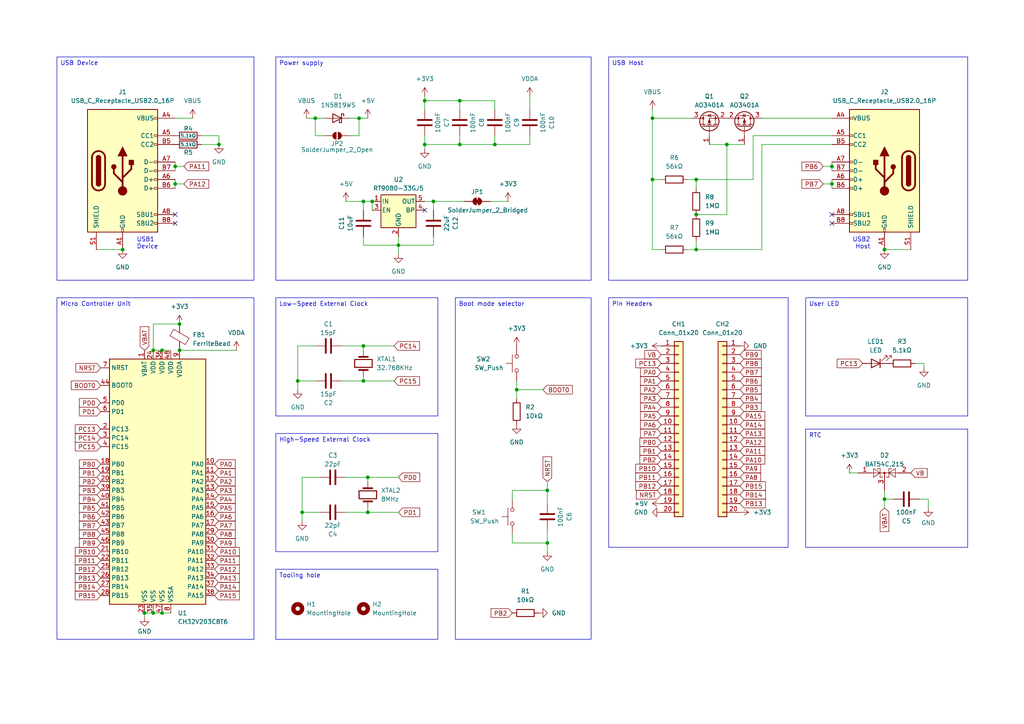
<source format=kicad_sch>
(kicad_sch (version 20231120) (generator "eeschema") (generator_version "8.0")
  (paper "A4")
  (title_block (title "CH32V203-DevBoard") (rev "v1.0.0"))
  (lib_symbols
    (symbol "Connector:USB_C_Receptacle_USB2.0_16P" (pin_names (offset 1.016))
      (property "Reference" "J" (at 0 22.225 0))
      (property "Value" "USB_C_Receptacle_USB2.0_16P" (at 0 19.685 0))
      (symbol "USB_C_Receptacle_USB2.0_16P_1_1"
        (pin passive line (at 0 -22.86 90) (length 5.08) (name "GND") (number "A1"))
        (pin passive line (at 0 -22.86 90) (length 5.08) hide (name "GND") (number "A12"))
        (pin passive line (at 15.24 15.24 180) (length 5.08) (name "VBUS") (number "A4"))
        (pin bidirectional line (at 15.24 10.16 180) (length 5.08) (name "CC1") (number "A5"))
        (pin bidirectional line (at 15.24 -2.54 180) (length 5.08) (name "D+") (number "A6"))
        (pin bidirectional line (at 15.24 2.54 180) (length 5.08) (name "D-") (number "A7"))
        (pin bidirectional line (at 15.24 -12.7 180) (length 5.08) (name "SBU1") (number "A8"))
        (pin passive line (at 15.24 15.24 180) (length 5.08) hide (name "VBUS") (number "A9"))
        (pin passive line (at 0 -22.86 90) (length 5.08) hide (name "GND") (number "B1"))
        (pin passive line (at 0 -22.86 90) (length 5.08) hide (name "GND") (number "B12"))
        (pin passive line (at 15.24 15.24 180) (length 5.08) hide (name "VBUS") (number "B4"))
        (pin bidirectional line (at 15.24 7.62 180) (length 5.08) (name "CC2") (number "B5"))
        (pin bidirectional line (at 15.24 -5.08 180) (length 5.08) (name "D+") (number "B6"))
        (pin bidirectional line (at 15.24 0 180) (length 5.08) (name "D-") (number "B7"))
        (pin bidirectional line (at 15.24 -15.24 180) (length 5.08) (name "SBU2") (number "B8"))
        (pin passive line (at 15.24 15.24 180) (length 5.08) hide (name "VBUS") (number "B9"))
        (pin passive line (at -7.62 -22.86 90) (length 5.08) (name "SHIELD") (number "S1"))
      )
    )
    (symbol "Connector_Generic:Conn_01x20" (pin_names (offset 1.016) hide)
      (property "Reference" "J" (at 0 25.4 0))
      (property "Value" "Conn_01x20" (at 0 -27.94 0))
      (symbol "Conn_01x20_1_1"
        (pin passive line (at -5.08 22.86 0) (length 3.81) (name "Pin_1") (number "1"))
        (pin passive line (at -5.08 0 0) (length 3.81) (name "Pin_10") (number "10"))
        (pin passive line (at -5.08 -2.54 0) (length 3.81) (name "Pin_11") (number "11"))
        (pin passive line (at -5.08 -5.08 0) (length 3.81) (name "Pin_12") (number "12"))
        (pin passive line (at -5.08 -7.62 0) (length 3.81) (name "Pin_13") (number "13"))
        (pin passive line (at -5.08 -10.16 0) (length 3.81) (name "Pin_14") (number "14"))
        (pin passive line (at -5.08 -12.7 0) (length 3.81) (name "Pin_15") (number "15"))
        (pin passive line (at -5.08 -15.24 0) (length 3.81) (name "Pin_16") (number "16"))
        (pin passive line (at -5.08 -17.78 0) (length 3.81) (name "Pin_17") (number "17"))
        (pin passive line (at -5.08 -20.32 0) (length 3.81) (name "Pin_18") (number "18"))
        (pin passive line (at -5.08 -22.86 0) (length 3.81) (name "Pin_19") (number "19"))
        (pin passive line (at -5.08 20.32 0) (length 3.81) (name "Pin_2") (number "2"))
        (pin passive line (at -5.08 -25.4 0) (length 3.81) (name "Pin_20") (number "20"))
        (pin passive line (at -5.08 17.78 0) (length 3.81) (name "Pin_3") (number "3"))
        (pin passive line (at -5.08 15.24 0) (length 3.81) (name "Pin_4") (number "4"))
        (pin passive line (at -5.08 12.7 0) (length 3.81) (name "Pin_5") (number "5"))
        (pin passive line (at -5.08 10.16 0) (length 3.81) (name "Pin_6") (number "6"))
        (pin passive line (at -5.08 7.62 0) (length 3.81) (name "Pin_7") (number "7"))
        (pin passive line (at -5.08 5.08 0) (length 3.81) (name "Pin_8") (number "8"))
        (pin passive line (at -5.08 2.54 0) (length 3.81) (name "Pin_9") (number "9"))
      )
    )
    (symbol "Device:C" (pin_numbers hide) (pin_names (offset 0.254))
      (property "Reference" "C" (at 0.635 2.54 0))
      (property "Value" "C" (at 0.635 -2.54 0))
      (symbol "C_1_1"
        (pin passive line (at 0 3.81 270) (length 2.794) (name "~") (number "1"))
        (pin passive line (at 0 -3.81 90) (length 2.794) (name "~") (number "2"))
      )
    )
    (symbol "Device:Crystal" (pin_numbers hide) (pin_names (offset 1.016) hide)
      (property "Reference" "Y" (at 0 3.81 0))
      (property "Value" "Crystal" (at 0 -3.81 0))
      (symbol "Crystal_1_1"
        (pin passive line (at -3.81 0 0) (length 1.27) (name "1") (number "1"))
        (pin passive line (at 3.81 0 180) (length 1.27) (name "2") (number "2"))
      )
    )
    (symbol "Device:FerriteBead" (pin_numbers hide) (pin_names (offset 0))
      (property "Reference" "FB" (at -3.81 0.635 90))
      (property "Value" "FerriteBead" (at 3.81 0 90))
      (symbol "FerriteBead_1_1"
        (pin passive line (at 0 3.81 270) (length 2.54) (name "~") (number "1"))
        (pin passive line (at 0 -3.81 90) (length 2.54) (name "~") (number "2"))
      )
    )
    (symbol "Device:LED" (pin_numbers hide) (pin_names (offset 1.016) hide)
      (property "Reference" "D" (at 0 2.54 0))
      (property "Value" "LED" (at 0 -2.54 0))
      (symbol "LED_1_1"
        (pin passive line (at -3.81 0 0) (length 2.54) (name "K") (number "1"))
        (pin passive line (at 3.81 0 180) (length 2.54) (name "A") (number "2"))
      )
    )
    (symbol "Device:R" (pin_numbers hide) (pin_names (offset 0))
      (property "Reference" "R" (at 2.032 0 90))
      (property "Value" "R" (at 0 0 90))
      (symbol "R_1_1"
        (pin passive line (at 0 3.81 270) (length 1.27) (name "~") (number "1"))
        (pin passive line (at 0 -3.81 90) (length 1.27) (name "~") (number "2"))
      )
    )
    (symbol "Diode:1N5819WS" (pin_numbers hide) (pin_names (offset 1.016) hide)
      (property "Reference" "D" (at 0 2.54 0))
      (property "Value" "1N5819WS" (at 0 -2.54 0))
      (symbol "1N5819WS_1_1"
        (pin passive line (at -3.81 0 0) (length 2.54) (name "K") (number "1"))
        (pin passive line (at 3.81 0 180) (length 2.54) (name "A") (number "2"))
      )
    )
    (symbol "Diode:BAT54C" (pin_names (offset 1.016))
      (property "Reference" "D" (at 0.635 -3.81 0))
      (property "Value" "BAT54C" (at -6.35 3.175 0))
      (symbol "BAT54C_1_1"
        (pin passive line (at -7.62 0 0) (length 3.81) (name "~") (number "1"))
        (pin passive line (at 7.62 0 180) (length 3.81) (name "~") (number "2"))
        (pin passive line (at 0 -5.08 90) (length 5.08) (name "~") (number "3"))
      )
    )
    (symbol "Jumper:SolderJumper_2_Bridged" (pin_numbers hide) (pin_names (offset 0) hide) (exclude_from_sim yes) (in_bom no)
      (property "Reference" "JP" (at 0 2.032 0))
      (property "Value" "SolderJumper_2_Bridged" (at 0 -2.54 0))
      (symbol "SolderJumper_2_Bridged_1_1"
        (pin passive line (at -3.81 0 0) (length 2.54) (name "A") (number "1"))
        (pin passive line (at 3.81 0 180) (length 2.54) (name "B") (number "2"))
      )
    )
    (symbol "Jumper:SolderJumper_2_Open" (pin_numbers hide) (pin_names (offset 0) hide) (exclude_from_sim yes) (in_bom no)
      (property "Reference" "JP" (at 0 2.032 0))
      (property "Value" "SolderJumper_2_Open" (at 0 -2.54 0))
      (symbol "SolderJumper_2_Open_1_1"
        (pin passive line (at -3.81 0 0) (length 2.54) (name "A") (number "1"))
        (pin passive line (at 3.81 0 180) (length 2.54) (name "B") (number "2"))
      )
    )
    (symbol "MCU_ST_STM32F1:STM32F103C8Tx"
      (property "Reference" "U" (at -15.24 36.83 0))
      (property "Value" "STM32F103C8Tx" (at 7.62 36.83 0))
      (symbol "STM32F103C8Tx_1_1"
        (pin power_in line (at -5.08 38.1 270) (length 2.54) (name "VBAT") (number "1"))
        (pin bidirectional line (at 15.24 5.08 180) (length 2.54) (name "PA0") (number "10"))
        (pin bidirectional line (at 15.24 2.54 180) (length 2.54) (name "PA1") (number "11"))
        (pin bidirectional line (at 15.24 0 180) (length 2.54) (name "PA2") (number "12"))
        (pin bidirectional line (at 15.24 -2.54 180) (length 2.54) (name "PA3") (number "13"))
        (pin bidirectional line (at 15.24 -5.08 180) (length 2.54) (name "PA4") (number "14"))
        (pin bidirectional line (at 15.24 -7.62 180) (length 2.54) (name "PA5") (number "15"))
        (pin bidirectional line (at 15.24 -10.16 180) (length 2.54) (name "PA6") (number "16"))
        (pin bidirectional line (at 15.24 -12.7 180) (length 2.54) (name "PA7") (number "17"))
        (pin bidirectional line (at -17.78 5.08 0) (length 2.54) (name "PB0") (number "18"))
        (pin bidirectional line (at -17.78 2.54 0) (length 2.54) (name "PB1") (number "19"))
        (pin bidirectional line (at -17.78 15.24 0) (length 2.54) (name "PC13") (number "2"))
        (pin bidirectional line (at -17.78 0 0) (length 2.54) (name "PB2") (number "20"))
        (pin bidirectional line (at -17.78 -20.32 0) (length 2.54) (name "PB10") (number "21"))
        (pin bidirectional line (at -17.78 -22.86 0) (length 2.54) (name "PB11") (number "22"))
        (pin power_in line (at -5.08 -38.1 90) (length 2.54) (name "VSS") (number "23"))
        (pin power_in line (at -2.54 38.1 270) (length 2.54) (name "VDD") (number "24"))
        (pin bidirectional line (at -17.78 -25.4 0) (length 2.54) (name "PB12") (number "25"))
        (pin bidirectional line (at -17.78 -27.94 0) (length 2.54) (name "PB13") (number "26"))
        (pin bidirectional line (at -17.78 -30.48 0) (length 2.54) (name "PB14") (number "27"))
        (pin bidirectional line (at -17.78 -33.02 0) (length 2.54) (name "PB15") (number "28"))
        (pin bidirectional line (at 15.24 -15.24 180) (length 2.54) (name "PA8") (number "29"))
        (pin bidirectional line (at -17.78 12.7 0) (length 2.54) (name "PC14") (number "3"))
        (pin bidirectional line (at 15.24 -17.78 180) (length 2.54) (name "PA9") (number "30"))
        (pin bidirectional line (at 15.24 -20.32 180) (length 2.54) (name "PA10") (number "31"))
        (pin bidirectional line (at 15.24 -22.86 180) (length 2.54) (name "PA11") (number "32"))
        (pin bidirectional line (at 15.24 -25.4 180) (length 2.54) (name "PA12") (number "33"))
        (pin bidirectional line (at 15.24 -27.94 180) (length 2.54) (name "PA13") (number "34"))
        (pin power_in line (at -2.54 -38.1 90) (length 2.54) (name "VSS") (number "35"))
        (pin power_in line (at 0 38.1 270) (length 2.54) (name "VDD") (number "36"))
        (pin bidirectional line (at 15.24 -30.48 180) (length 2.54) (name "PA14") (number "37"))
        (pin bidirectional line (at 15.24 -33.02 180) (length 2.54) (name "PA15") (number "38"))
        (pin bidirectional line (at -17.78 -2.54 0) (length 2.54) (name "PB3") (number "39"))
        (pin bidirectional line (at -17.78 10.16 0) (length 2.54) (name "PC15") (number "4"))
        (pin bidirectional line (at -17.78 -5.08 0) (length 2.54) (name "PB4") (number "40"))
        (pin bidirectional line (at -17.78 -7.62 0) (length 2.54) (name "PB5") (number "41"))
        (pin bidirectional line (at -17.78 -10.16 0) (length 2.54) (name "PB6") (number "42"))
        (pin bidirectional line (at -17.78 -12.7 0) (length 2.54) (name "PB7") (number "43"))
        (pin input line (at -17.78 27.94 0) (length 2.54) (name "BOOT0") (number "44"))
        (pin bidirectional line (at -17.78 -15.24 0) (length 2.54) (name "PB8") (number "45"))
        (pin bidirectional line (at -17.78 -17.78 0) (length 2.54) (name "PB9") (number "46"))
        (pin power_in line (at 0 -38.1 90) (length 2.54) (name "VSS") (number "47"))
        (pin power_in line (at 2.54 38.1 270) (length 2.54) (name "VDD") (number "48"))
        (pin input line (at -17.78 22.86 0) (length 2.54) (name "PD0") (number "5"))
        (pin input line (at -17.78 20.32 0) (length 2.54) (name "PD1") (number "6"))
        (pin input line (at -17.78 33.02 0) (length 2.54) (name "NRST") (number "7"))
        (pin power_in line (at 2.54 -38.1 90) (length 2.54) (name "VSSA") (number "8"))
        (pin power_in line (at 5.08 38.1 270) (length 2.54) (name "VDDA") (number "9"))
      )
    )
    (symbol "Mechanical:MountingHole" (pin_names (offset 1.016))
      (property "Reference" "H" (at 0 5.08 0))
      (property "Value" "MountingHole" (at 0 3.175 0))
    )
    (symbol "Regulator_Linear:AP131-15" (pin_names (offset 0.254))
      (property "Reference" "U" (at -3.81 5.715 0))
      (property "Value" "AP131-15" (at 0 5.715 0))
      (symbol "AP131-15_1_1"
        (pin power_in line (at -7.62 2.54 0) (length 2.54) (name "IN") (number "1"))
        (pin power_in line (at 0 -7.62 90) (length 2.54) (name "GND") (number "2"))
        (pin input line (at -7.62 0 0) (length 2.54) (name "EN") (number "3"))
        (pin input line (at 7.62 0 180) (length 2.54) (name "BP") (number "4"))
        (pin power_out line (at 7.62 2.54 180) (length 2.54) (name "OUT") (number "5"))
      )
    )
    (symbol "Switch:SW_Push" (pin_numbers hide) (pin_names (offset 1.016) hide)
      (property "Reference" "SW" (at 1.27 2.54 0))
      (property "Value" "SW_Push" (at 0 -1.524 0))
      (symbol "SW_Push_0_1"
        (pin passive line (at -5.08 0 0) (length 2.54) (name "1") (number "1"))
        (pin passive line (at 5.08 0 180) (length 2.54) (name "2") (number "2"))
      )
    )
    (symbol "Transistor_FET:AO3401A" (pin_names hide)
      (property "Reference" "Q" (at 5.08 1.905 0))
      (property "Value" "AO3401A" (at 5.08 0 0))
      (symbol "AO3401A_1_1"
        (pin input line (at -5.08 0 0) (length 2.54) (name "G") (number "1"))
        (pin passive line (at 2.54 -5.08 90) (length 2.54) (name "S") (number "2"))
        (pin passive line (at 2.54 5.08 270) (length 2.54) (name "D") (number "3"))
      )
    )
    (symbol "power:+3V3" (power) (pin_numbers hide) (pin_names (offset 0) hide)
      (property "Value" "+3V3" (at 0 3.556 0))
      (symbol "+3V3_1_1"
        (pin power_in line (at 0 0 90) (length 0) (name "~") (number "1"))
      )
    )
    (symbol "power:+5V" (power) (pin_numbers hide) (pin_names (offset 0) hide)
      (property "Value" "+5V" (at 0 3.556 0))
      (symbol "+5V_1_1"
        (pin power_in line (at 0 0 90) (length 0) (name "~") (number "1"))
      )
    )
    (symbol "power:GND" (power) (pin_names (offset 0))
      (property "Value" "GND" (at 0 -3.81 0))
      (symbol "GND_1_1"
        (pin power_in line (at 0 0 270) (length 0) hide (name "GND") (number "1"))
      )
    )
    (symbol "power:VBUS" (power) (pin_names (offset 0))
      (property "Value" "VBUS" (at 0 3.81 0))
      (symbol "VBUS_1_1"
        (pin power_in line (at 0 0 90) (length 0) hide (name "VBUS") (number "1"))
      )
    )
    (symbol "power:VDDA" (power) (pin_numbers hide) (pin_names (offset 0) hide)
      (property "Value" "VDDA" (at 0 3.556 0))
      (symbol "VDDA_1_1"
        (pin power_in line (at 0 0 90) (length 0) (name "~") (number "1"))
      )
    )
  )
  (junction (at 44.45 177.8))
  (junction (at 87.63 148.59))
  (junction (at 52.07 101.6))
  (junction (at 86.36 110.49))
  (junction (at 104.14 34.29))
  (junction (at 52.07 93.98))
  (junction (at 125.73 58.42))
  (junction (at 44.45 101.6))
  (junction (at 210.82 41.91))
  (junction (at 63.5 41.91))
  (junction (at 46.99 101.6))
  (junction (at 105.41 110.49))
  (junction (at 46.99 177.8))
  (junction (at 149.86 113.03))
  (junction (at 256.54 144.78))
  (junction (at 50.8 48.26))
  (junction (at 241.3 53.34))
  (junction (at 133.35 41.91))
  (junction (at 106.68 148.59))
  (junction (at 115.57 71.12))
  (junction (at 35.56 72.39))
  (junction (at 123.19 41.91))
  (junction (at 256.54 72.39))
  (junction (at 201.93 52.07))
  (junction (at 189.23 34.29))
  (junction (at 201.93 72.39))
  (junction (at 241.3 48.26))
  (junction (at 189.23 52.07))
  (junction (at 41.91 177.8))
  (junction (at 133.35 29.21))
  (junction (at 158.75 157.48))
  (junction (at 105.41 58.42))
  (junction (at 50.8 53.34))
  (junction (at 158.75 142.24))
  (junction (at 107.95 58.42))
  (junction (at 91.44 34.29))
  (junction (at 106.68 138.43))
  (junction (at 201.93 62.23))
  (junction (at 123.19 29.21))
  (junction (at 143.51 41.91))
  (junction (at 105.41 100.33))
  (no_connect (at 50.8 64.77))
  (no_connect (at 241.3 64.77))
  (no_connect (at 123.19 60.96))
  (no_connect (at 50.8 62.23))
  (no_connect (at 241.3 62.23))
  (wire (pts (xy 106.68 138.43) (xy 115.57 138.43)))
  (wire (pts (xy 86.36 100.33) (xy 91.44 100.33)))
  (wire (pts (xy 27.94 72.39) (xy 35.56 72.39)))
  (wire (pts (xy 149.86 113.03) (xy 149.86 115.57)))
  (wire (pts (xy 87.63 138.43) (xy 92.71 138.43)))
  (wire (pts (xy 241.3 54.61) (xy 241.3 53.34)))
  (wire (pts (xy 115.57 71.12) (xy 115.57 73.66)))
  (wire (pts (xy 91.44 110.49) (xy 86.36 110.49)))
  (wire (pts (xy 101.6 34.29) (xy 104.14 34.29)))
  (wire (pts (xy 44.45 93.98) (xy 44.45 101.6)))
  (wire (pts (xy 106.68 147.32) (xy 106.68 148.59)))
  (wire (pts (xy 105.41 109.22) (xy 105.41 110.49)))
  (wire (pts (xy 158.75 139.7) (xy 158.75 142.24)))
  (wire (pts (xy 133.35 39.37) (xy 133.35 41.91)))
  (wire (pts (xy 52.07 101.6) (xy 68.58 101.6)))
  (wire (pts (xy 256.54 142.24) (xy 256.54 144.78)))
  (wire (pts (xy 86.36 110.49) (xy 86.36 113.03)))
  (wire (pts (xy 123.19 29.21) (xy 123.19 31.75)))
  (wire (pts (xy 44.45 101.6) (xy 46.99 101.6)))
  (wire (pts (xy 210.82 41.91) (xy 210.82 62.23)))
  (wire (pts (xy 105.41 110.49) (xy 114.3 110.49)))
  (wire (pts (xy 101.6 39.37) (xy 104.14 39.37)))
  (wire (pts (xy 238.76 48.26) (xy 241.3 48.26)))
  (wire (pts (xy 125.73 58.42) (xy 134.62 58.42)))
  (wire (pts (xy 269.24 147.32) (xy 269.24 144.78)))
  (wire (pts (xy 241.3 46.99) (xy 241.3 48.26)))
  (wire (pts (xy 148.59 142.24) (xy 158.75 142.24)))
  (wire (pts (xy 210.82 41.91) (xy 215.9 41.91)))
  (wire (pts (xy 63.5 41.91) (xy 58.42 41.91)))
  (wire (pts (xy 201.93 72.39) (xy 201.93 69.85)))
  (wire (pts (xy 123.19 27.94) (xy 123.19 29.21)))
  (wire (pts (xy 123.19 58.42) (xy 125.73 58.42)))
  (wire (pts (xy 105.41 100.33) (xy 114.3 100.33)))
  (wire (pts (xy 50.8 46.99) (xy 50.8 48.26)))
  (wire (pts (xy 220.98 41.91) (xy 220.98 72.39)))
  (wire (pts (xy 158.75 142.24) (xy 158.75 146.05)))
  (wire (pts (xy 87.63 138.43) (xy 87.63 148.59)))
  (wire (pts (xy 148.59 157.48) (xy 158.75 157.48)))
  (wire (pts (xy 50.8 52.07) (xy 50.8 53.34)))
  (wire (pts (xy 91.44 34.29) (xy 91.44 39.37)))
  (wire (pts (xy 133.35 29.21) (xy 143.51 29.21)))
  (wire (pts (xy 91.44 39.37) (xy 93.98 39.37)))
  (wire (pts (xy 91.44 34.29) (xy 93.98 34.29)))
  (wire (pts (xy 125.73 58.42) (xy 125.73 60.96)))
  (wire (pts (xy 50.8 53.34) (xy 50.8 54.61)))
  (wire (pts (xy 218.44 52.07) (xy 218.44 39.37)))
  (wire (pts (xy 46.99 177.8) (xy 49.53 177.8)))
  (wire (pts (xy 189.23 52.07) (xy 191.77 52.07)))
  (wire (pts (xy 104.14 34.29) (xy 104.14 39.37)))
  (wire (pts (xy 264.16 72.39) (xy 256.54 72.39)))
  (wire (pts (xy 158.75 153.67) (xy 158.75 157.48)))
  (wire (pts (xy 199.39 72.39) (xy 201.93 72.39)))
  (wire (pts (xy 267.97 105.41) (xy 267.97 106.68)))
  (wire (pts (xy 148.59 154.94) (xy 148.59 157.48)))
  (wire (pts (xy 105.41 58.42) (xy 105.41 60.96)))
  (wire (pts (xy 105.41 71.12) (xy 115.57 71.12)))
  (wire (pts (xy 220.98 72.39) (xy 201.93 72.39)))
  (wire (pts (xy 106.68 148.59) (xy 115.57 148.59)))
  (wire (pts (xy 133.35 29.21) (xy 133.35 31.75)))
  (wire (pts (xy 143.51 39.37) (xy 143.51 41.91)))
  (wire (pts (xy 105.41 58.42) (xy 107.95 58.42)))
  (wire (pts (xy 246.38 137.16) (xy 248.92 137.16)))
  (wire (pts (xy 143.51 41.91) (xy 153.67 41.91)))
  (wire (pts (xy 86.36 100.33) (xy 86.36 110.49)))
  (wire (pts (xy 106.68 139.7) (xy 106.68 138.43)))
  (wire (pts (xy 220.98 34.29) (xy 241.3 34.29)))
  (wire (pts (xy 143.51 29.21) (xy 143.51 31.75)))
  (wire (pts (xy 201.93 52.07) (xy 218.44 52.07)))
  (wire (pts (xy 105.41 68.58) (xy 105.41 71.12)))
  (wire (pts (xy 189.23 72.39) (xy 191.77 72.39)))
  (wire (pts (xy 205.74 41.91) (xy 210.82 41.91)))
  (wire (pts (xy 220.98 41.91) (xy 241.3 41.91)))
  (wire (pts (xy 107.95 58.42) (xy 107.95 60.96)))
  (wire (pts (xy 50.8 48.26) (xy 50.8 49.53)))
  (wire (pts (xy 87.63 148.59) (xy 92.71 148.59)))
  (wire (pts (xy 100.33 138.43) (xy 106.68 138.43)))
  (wire (pts (xy 123.19 29.21) (xy 133.35 29.21)))
  (wire (pts (xy 106.68 34.29) (xy 104.14 34.29)))
  (wire (pts (xy 41.91 179.07) (xy 41.91 177.8)))
  (wire (pts (xy 201.93 52.07) (xy 199.39 52.07)))
  (wire (pts (xy 189.23 34.29) (xy 200.66 34.29)))
  (wire (pts (xy 265.43 105.41) (xy 267.97 105.41)))
  (wire (pts (xy 189.23 72.39) (xy 189.23 52.07)))
  (wire (pts (xy 99.06 100.33) (xy 105.41 100.33)))
  (wire (pts (xy 148.59 142.24) (xy 148.59 144.78)))
  (wire (pts (xy 123.19 39.37) (xy 123.19 41.91)))
  (wire (pts (xy 218.44 39.37) (xy 241.3 39.37)))
  (wire (pts (xy 63.5 39.37) (xy 63.5 41.91)))
  (wire (pts (xy 153.67 27.94) (xy 153.67 31.75)))
  (wire (pts (xy 210.82 62.23) (xy 201.93 62.23)))
  (wire (pts (xy 238.76 53.34) (xy 241.3 53.34)))
  (wire (pts (xy 123.19 41.91) (xy 133.35 41.91)))
  (wire (pts (xy 105.41 101.6) (xy 105.41 100.33)))
  (wire (pts (xy 133.35 41.91) (xy 143.51 41.91)))
  (wire (pts (xy 241.3 52.07) (xy 241.3 53.34)))
  (wire (pts (xy 46.99 101.6) (xy 49.53 101.6)))
  (wire (pts (xy 63.5 39.37) (xy 58.42 39.37)))
  (wire (pts (xy 158.75 157.48) (xy 158.75 160.02)))
  (wire (pts (xy 125.73 68.58) (xy 125.73 71.12)))
  (wire (pts (xy 269.24 144.78) (xy 266.7 144.78)))
  (wire (pts (xy 125.73 71.12) (xy 115.57 71.12)))
  (wire (pts (xy 256.54 144.78) (xy 256.54 147.32)))
  (wire (pts (xy 88.9 34.29) (xy 91.44 34.29)))
  (wire (pts (xy 189.23 34.29) (xy 189.23 52.07)))
  (wire (pts (xy 55.88 34.29) (xy 50.8 34.29)))
  (wire (pts (xy 100.33 58.42) (xy 105.41 58.42)))
  (wire (pts (xy 99.06 110.49) (xy 105.41 110.49)))
  (wire (pts (xy 44.45 177.8) (xy 46.99 177.8)))
  (wire (pts (xy 53.34 53.34) (xy 50.8 53.34)))
  (wire (pts (xy 100.33 148.59) (xy 106.68 148.59)))
  (wire (pts (xy 53.34 48.26) (xy 50.8 48.26)))
  (wire (pts (xy 201.93 54.61) (xy 201.93 52.07)))
  (wire (pts (xy 241.3 49.53) (xy 241.3 48.26)))
  (wire (pts (xy 44.45 93.98) (xy 52.07 93.98)))
  (wire (pts (xy 153.67 41.91) (xy 153.67 39.37)))
  (wire (pts (xy 123.19 41.91) (xy 123.19 43.18)))
  (wire (pts (xy 147.32 58.42) (xy 142.24 58.42)))
  (wire (pts (xy 256.54 144.78) (xy 259.08 144.78)))
  (wire (pts (xy 189.23 31.75) (xy 189.23 34.29)))
  (wire (pts (xy 41.91 177.8) (xy 44.45 177.8)))
  (wire (pts (xy 87.63 148.59) (xy 87.63 151.13)))
  (wire (pts (xy 149.86 110.49) (xy 149.86 113.03)))
  (wire (pts (xy 115.57 68.58) (xy 115.57 71.12)))
  (wire (pts (xy 149.86 113.03) (xy 157.48 113.03)))
  (text_box "USB Device" (at 16.51 16.51 0) (size 57.15 64.77) (effects (font (size 1.27 1.27)) (justify left top)))
  (text_box "Pin Headers" (at 176.53 86.36 0) (size 52.07 72.39) (effects (font (size 1.27 1.27)) (justify left top)))
  (text_box "Tooling hole" (at 80.01 165.1 0) (size 46.99 20.32) (effects (font (size 1.27 1.27)) (justify left top)))
  (text_box "USB Host" (at 176.53 16.51 0) (size 104.14 64.77) (effects (font (size 1.27 1.27)) (justify left top)))
  (text_box "RTC" (at 233.68 124.46 0) (size 46.99 34.29) (effects (font (size 1.27 1.27)) (justify left top)))
  (text_box "High-Speed External Clock" (at 80.01 125.73 0) (size 46.99 34.29) (effects (font (size 1.27 1.27)) (justify left top)))
  (text_box "Micro Controller Unit" (at 16.51 86.36 0) (size 57.15 99.06) (effects (font (size 1.27 1.27)) (justify left top)))
  (text_box "Boot mode selector" (at 132.08 86.36 0) (size 39.37 99.06) (effects (font (size 1.27 1.27)) (justify left top)))
  (text_box "User LED" (at 233.68 86.36 0) (size 46.99 34.29) (effects (font (size 1.27 1.27)) (justify left top)))
  (text_box "Power supply" (at 80.01 16.51 0) (size 91.44 64.77) (effects (font (size 1.27 1.27)) (justify left top)))
  (text_box "Low-Speed External Clock" (at 80.01 86.36 0) (size 46.99 34.29) (effects (font (size 1.27 1.27)) (justify left top)))
  (text "USB2\nHost" (at 252.476 70.612 0) (effects (font (size 1.27 1.27)) (justify right)))
  (text "USB1\nDevice" (at 39.624 70.612 0) (effects (font (size 1.27 1.27)) (justify left)))
  (global_label "PC13" (shape input) (at 250.19 105.41 180) (property "Intersheetrefs" "${INTERSHEET_REFS}" (effects (hide yes))))
  (global_label "PD1" (shape input) (at 115.57 148.59 0) (property "Intersheetrefs" "${INTERSHEET_REFS}" (effects (hide yes))))
  (global_label "PC15" (shape input) (at 114.3 110.49 0) (property "Intersheetrefs" "${INTERSHEET_REFS}" (effects (hide yes))))
  (global_label "PA4" (shape input) (at 191.77 118.11 180) (property "Intersheetrefs" "${INTERSHEET_REFS}" (effects (hide yes))))
  (global_label "PA2" (shape input) (at 191.77 113.03 180) (property "Intersheetrefs" "${INTERSHEET_REFS}" (effects (hide yes))))
  (global_label "PB8" (shape input) (at 214.63 105.41 0) (property "Intersheetrefs" "${INTERSHEET_REFS}" (effects (hide yes))))
  (global_label "PB11" (shape input) (at 29.21 162.56 180) (property "Intersheetrefs" "${INTERSHEET_REFS}" (effects (hide yes))))
  (global_label "BOOT0" (shape input) (at 29.21 111.76 180) (property "Intersheetrefs" "${INTERSHEET_REFS}" (effects (hide yes))))
  (global_label "PB1" (shape input) (at 29.21 137.16 180) (property "Intersheetrefs" "${INTERSHEET_REFS}" (effects (hide yes))))
  (global_label "BOOT0" (shape input) (at 157.48 113.03 0) (property "Intersheetrefs" "${INTERSHEET_REFS}" (effects (hide yes))))
  (global_label "PB3" (shape input) (at 214.63 118.11 0) (property "Intersheetrefs" "${INTERSHEET_REFS}" (effects (hide yes))))
  (global_label "PA12" (shape input) (at 62.23 165.1 0) (property "Intersheetrefs" "${INTERSHEET_REFS}" (effects (hide yes))))
  (global_label "PC13" (shape input) (at 29.21 124.46 180) (property "Intersheetrefs" "${INTERSHEET_REFS}" (effects (hide yes))))
  (global_label "PA8" (shape input) (at 62.23 154.94 0) (property "Intersheetrefs" "${INTERSHEET_REFS}" (effects (hide yes))))
  (global_label "PB2" (shape input) (at 148.59 177.8 180) (property "Intersheetrefs" "${INTERSHEET_REFS}" (effects (hide yes))))
  (global_label "PC14" (shape input) (at 114.3 100.33 0) (property "Intersheetrefs" "${INTERSHEET_REFS}" (effects (hide yes))))
  (global_label "PB3" (shape input) (at 29.21 142.24 180) (property "Intersheetrefs" "${INTERSHEET_REFS}" (effects (hide yes))))
  (global_label "PB6" (shape input) (at 238.76 48.26 180) (property "Intersheetrefs" "${INTERSHEET_REFS}" (effects (hide yes))))
  (global_label "PA10" (shape input) (at 214.63 133.35 0) (property "Intersheetrefs" "${INTERSHEET_REFS}" (effects (hide yes))))
  (global_label "PB11" (shape input) (at 191.77 138.43 180) (property "Intersheetrefs" "${INTERSHEET_REFS}" (effects (hide yes))))
  (global_label "PA9" (shape input) (at 62.23 157.48 0) (property "Intersheetrefs" "${INTERSHEET_REFS}" (effects (hide yes))))
  (global_label "PB14" (shape input) (at 214.63 143.51 0) (property "Intersheetrefs" "${INTERSHEET_REFS}" (effects (hide yes))))
  (global_label "PA10" (shape input) (at 62.23 160.02 0) (property "Intersheetrefs" "${INTERSHEET_REFS}" (effects (hide yes))))
  (global_label "PA13" (shape input) (at 62.23 167.64 0) (property "Intersheetrefs" "${INTERSHEET_REFS}" (effects (hide yes))))
  (global_label "PA13" (shape input) (at 214.63 125.73 0) (property "Intersheetrefs" "${INTERSHEET_REFS}" (effects (hide yes))))
  (global_label "VB" (shape input) (at 264.16 137.16 0) (property "Intersheetrefs" "${INTERSHEET_REFS}" (effects (hide yes))))
  (global_label "PB10" (shape input) (at 29.21 160.02 180) (property "Intersheetrefs" "${INTERSHEET_REFS}" (effects (hide yes))))
  (global_label "PB14" (shape input) (at 29.21 170.18 180) (property "Intersheetrefs" "${INTERSHEET_REFS}" (effects (hide yes))))
  (global_label "PA1" (shape input) (at 62.23 137.16 0) (property "Intersheetrefs" "${INTERSHEET_REFS}" (effects (hide yes))))
  (global_label "VBAT" (shape input) (at 256.54 147.32 270) (property "Intersheetrefs" "${INTERSHEET_REFS}" (effects (hide yes))))
  (global_label "PA12" (shape input) (at 53.34 53.34 0) (property "Intersheetrefs" "${INTERSHEET_REFS}" (effects (hide yes))))
  (global_label "PB2" (shape input) (at 29.21 139.7 180) (property "Intersheetrefs" "${INTERSHEET_REFS}" (effects (hide yes))))
  (global_label "NRST" (shape input) (at 191.77 143.51 180) (property "Intersheetrefs" "${INTERSHEET_REFS}" (effects (hide yes))))
  (global_label "PA6" (shape input) (at 62.23 149.86 0) (property "Intersheetrefs" "${INTERSHEET_REFS}" (effects (hide yes))))
  (global_label "PB12" (shape input) (at 191.77 140.97 180) (property "Intersheetrefs" "${INTERSHEET_REFS}" (effects (hide yes))))
  (global_label "PA3" (shape input) (at 191.77 115.57 180) (property "Intersheetrefs" "${INTERSHEET_REFS}" (effects (hide yes))))
  (global_label "PA6" (shape input) (at 191.77 123.19 180) (property "Intersheetrefs" "${INTERSHEET_REFS}" (effects (hide yes))))
  (global_label "PC15" (shape input) (at 29.21 129.54 180) (property "Intersheetrefs" "${INTERSHEET_REFS}" (effects (hide yes))))
  (global_label "PB0" (shape input) (at 191.77 128.27 180) (property "Intersheetrefs" "${INTERSHEET_REFS}" (effects (hide yes))))
  (global_label "PA7" (shape input) (at 62.23 152.4 0) (property "Intersheetrefs" "${INTERSHEET_REFS}" (effects (hide yes))))
  (global_label "PB9" (shape input) (at 214.63 102.87 0) (property "Intersheetrefs" "${INTERSHEET_REFS}" (effects (hide yes))))
  (global_label "PD1" (shape input) (at 29.21 119.38 180) (property "Intersheetrefs" "${INTERSHEET_REFS}" (effects (hide yes))))
  (global_label "PA12" (shape input) (at 214.63 128.27 0) (property "Intersheetrefs" "${INTERSHEET_REFS}" (effects (hide yes))))
  (global_label "PC14" (shape input) (at 29.21 127 180) (property "Intersheetrefs" "${INTERSHEET_REFS}" (effects (hide yes))))
  (global_label "PA8" (shape input) (at 214.63 138.43 0) (property "Intersheetrefs" "${INTERSHEET_REFS}" (effects (hide yes))))
  (global_label "PB10" (shape input) (at 191.77 135.89 180) (property "Intersheetrefs" "${INTERSHEET_REFS}" (effects (hide yes))))
  (global_label "PA11" (shape input) (at 62.23 162.56 0) (property "Intersheetrefs" "${INTERSHEET_REFS}" (effects (hide yes))))
  (global_label "NRST" (shape input) (at 158.75 139.7 90) (property "Intersheetrefs" "${INTERSHEET_REFS}" (effects (hide yes))))
  (global_label "PB6" (shape input) (at 29.21 149.86 180) (property "Intersheetrefs" "${INTERSHEET_REFS}" (effects (hide yes))))
  (global_label "PD0" (shape input) (at 29.21 116.84 180) (property "Intersheetrefs" "${INTERSHEET_REFS}" (effects (hide yes))))
  (global_label "PC13" (shape input) (at 191.77 105.41 180) (property "Intersheetrefs" "${INTERSHEET_REFS}" (effects (hide yes))))
  (global_label "PA4" (shape input) (at 62.23 144.78 0) (property "Intersheetrefs" "${INTERSHEET_REFS}" (effects (hide yes))))
  (global_label "PB5" (shape input) (at 214.63 113.03 0) (property "Intersheetrefs" "${INTERSHEET_REFS}" (effects (hide yes))))
  (global_label "PA9" (shape input) (at 214.63 135.89 0) (property "Intersheetrefs" "${INTERSHEET_REFS}" (effects (hide yes))))
  (global_label "PB9" (shape input) (at 29.21 157.48 180) (property "Intersheetrefs" "${INTERSHEET_REFS}" (effects (hide yes))))
  (global_label "PA0" (shape input) (at 191.77 107.95 180) (property "Intersheetrefs" "${INTERSHEET_REFS}" (effects (hide yes))))
  (global_label "PB6" (shape input) (at 214.63 110.49 0) (property "Intersheetrefs" "${INTERSHEET_REFS}" (effects (hide yes))))
  (global_label "PD0" (shape input) (at 115.57 138.43 0) (property "Intersheetrefs" "${INTERSHEET_REFS}" (effects (hide yes))))
  (global_label "PA5" (shape input) (at 62.23 147.32 0) (property "Intersheetrefs" "${INTERSHEET_REFS}" (effects (hide yes))))
  (global_label "PB7" (shape input) (at 238.76 53.34 180) (property "Intersheetrefs" "${INTERSHEET_REFS}" (effects (hide yes))))
  (global_label "PA3" (shape input) (at 62.23 142.24 0) (property "Intersheetrefs" "${INTERSHEET_REFS}" (effects (hide yes))))
  (global_label "PB13" (shape input) (at 29.21 167.64 180) (property "Intersheetrefs" "${INTERSHEET_REFS}" (effects (hide yes))))
  (global_label "PA7" (shape input) (at 191.77 125.73 180) (property "Intersheetrefs" "${INTERSHEET_REFS}" (effects (hide yes))))
  (global_label "PB4" (shape input) (at 214.63 115.57 0) (property "Intersheetrefs" "${INTERSHEET_REFS}" (effects (hide yes))))
  (global_label "PA2" (shape input) (at 62.23 139.7 0) (property "Intersheetrefs" "${INTERSHEET_REFS}" (effects (hide yes))))
  (global_label "PB8" (shape input) (at 29.21 154.94 180) (property "Intersheetrefs" "${INTERSHEET_REFS}" (effects (hide yes))))
  (global_label "PA15" (shape input) (at 62.23 172.72 0) (property "Intersheetrefs" "${INTERSHEET_REFS}" (effects (hide yes))))
  (global_label "PA11" (shape input) (at 214.63 130.81 0) (property "Intersheetrefs" "${INTERSHEET_REFS}" (effects (hide yes))))
  (global_label "PB1" (shape input) (at 191.77 130.81 180) (property "Intersheetrefs" "${INTERSHEET_REFS}" (effects (hide yes))))
  (global_label "NRST" (shape input) (at 29.21 106.68 180) (property "Intersheetrefs" "${INTERSHEET_REFS}" (effects (hide yes))))
  (global_label "PA15" (shape input) (at 214.63 120.65 0) (property "Intersheetrefs" "${INTERSHEET_REFS}" (effects (hide yes))))
  (global_label "PB4" (shape input) (at 29.21 144.78 180) (property "Intersheetrefs" "${INTERSHEET_REFS}" (effects (hide yes))))
  (global_label "PB15" (shape input) (at 29.21 172.72 180) (property "Intersheetrefs" "${INTERSHEET_REFS}" (effects (hide yes))))
  (global_label "PA1" (shape input) (at 191.77 110.49 180) (property "Intersheetrefs" "${INTERSHEET_REFS}" (effects (hide yes))))
  (global_label "PB2" (shape input) (at 191.77 133.35 180) (property "Intersheetrefs" "${INTERSHEET_REFS}" (effects (hide yes))))
  (global_label "PB7" (shape input) (at 29.21 152.4 180) (property "Intersheetrefs" "${INTERSHEET_REFS}" (effects (hide yes))))
  (global_label "PA14" (shape input) (at 62.23 170.18 0) (property "Intersheetrefs" "${INTERSHEET_REFS}" (effects (hide yes))))
  (global_label "PB15" (shape input) (at 214.63 140.97 0) (property "Intersheetrefs" "${INTERSHEET_REFS}" (effects (hide yes))))
  (global_label "PB12" (shape input) (at 29.21 165.1 180) (property "Intersheetrefs" "${INTERSHEET_REFS}" (effects (hide yes))))
  (global_label "PA5" (shape input) (at 191.77 120.65 180) (property "Intersheetrefs" "${INTERSHEET_REFS}" (effects (hide yes))))
  (global_label "PA0" (shape input) (at 62.23 134.62 0) (property "Intersheetrefs" "${INTERSHEET_REFS}" (effects (hide yes))))
  (global_label "PB13" (shape input) (at 214.63 146.05 0) (property "Intersheetrefs" "${INTERSHEET_REFS}" (effects (hide yes))))
  (global_label "PB7" (shape input) (at 214.63 107.95 0) (property "Intersheetrefs" "${INTERSHEET_REFS}" (effects (hide yes))))
  (global_label "PA11" (shape input) (at 53.34 48.26 0) (property "Intersheetrefs" "${INTERSHEET_REFS}" (effects (hide yes))))
  (global_label "VBAT" (shape input) (at 41.91 101.6 90) (property "Intersheetrefs" "${INTERSHEET_REFS}" (effects (hide yes))))
  (global_label "PA14" (shape input) (at 214.63 123.19 0) (property "Intersheetrefs" "${INTERSHEET_REFS}" (effects (hide yes))))
  (global_label "VB" (shape input) (at 191.77 102.87 180) (property "Intersheetrefs" "${INTERSHEET_REFS}" (effects (hide yes))))
  (global_label "PB0" (shape input) (at 29.21 134.62 180) (property "Intersheetrefs" "${INTERSHEET_REFS}" (effects (hide yes))))
  (global_label "PB5" (shape input) (at 29.21 147.32 180) (property "Intersheetrefs" "${INTERSHEET_REFS}" (effects (hide yes))))
  (symbol (lib_id "power:GND") (at 35.56 72.39 0) (unit 1)
    (property "Reference" "#PWR05" (effects (hide yes)))
    (property "Value" "GND" (at 35.56 77.47 0))
  )
  (symbol (lib_id "power:GND") (at 269.24 147.32 0) (unit 1)
    (property "Reference" "#PWR03" (effects (hide yes)))
    (property "Value" "GND" (at 269.24 151.638 0))
  )
  (symbol (lib_id "Device:C") (at 153.67 35.56 0) (unit 1)
    (property "Reference" "C10" (at 160.02 35.56 90))
    (property "Value" "100nF" (at 157.48 35.56 90))
    (property "Footprint" "Capacitor_SMD:C_0402_1005Metric" (effects (hide yes)))
    (property "LCSC" "C1525" (effects (hide yes)))
  )
  (symbol (lib_id "power:+3V3") (at 149.86 100.33 0) (unit 1)
    (property "Reference" "#PWR06" (effects (hide yes)))
    (property "Value" "+3V3" (at 149.86 95.25 0))
    (property "Description" "Power symbol creates a global label with name \"+3V3\"" (effects (hide yes)))
  )
  (symbol (lib_id "power:+3V3") (at 147.32 58.42 0) (unit 1)
    (property "Reference" "#PWR015" (effects (hide yes)))
    (property "Value" "+3V3" (at 147.32 53.34 0))
    (property "Description" "Power symbol creates a global label with name \"+3V3\"" (effects (hide yes)))
  )
  (symbol (lib_id "Transistor_FET:AO3401A") (at 215.9 36.83 270) (mirror x) (unit 1)
    (property "Reference" "Q2" (at 215.9 27.94 90))
    (property "Value" "AO3401A" (at 215.9 30.48 90))
    (property "Footprint" "Package_TO_SOT_SMD:SOT-23" (effects (hide yes)))
    (property "Datasheet" "http://www.aosmd.com/pdfs/datasheet/AO3401A.pdf" (effects (hide yes)))
    (property "Description" "-4.0A Id, -30V Vds, P-Channel MOSFET, SOT-23" (effects (hide yes)))
    (property "LCSC" "C15127" (effects (hide yes)))
  )
  (symbol (lib_id "Mechanical:MountingHole") (at 86.36 176.53 0) (unit 1) (in_bom no)
    (property "Reference" "H1" (at 88.9 175.26 0) (effects (justify left)))
    (property "Value" "MountingHole" (at 88.9 177.8 0) (effects (justify left)))
    (property "Footprint" "Tooling_Hole:Tooling_Hole" (effects (hide yes)))
  )
  (symbol (lib_id "Device:R") (at 201.93 66.04 180) (unit 1)
    (property "Reference" "R9" (at 204.47 64.7699 0) (effects (justify right)))
    (property "Value" "1MΩ" (at 204.47 67.3099 0) (effects (justify right)))
    (property "Footprint" "Resistor_SMD:R_0402_1005Metric" (effects (hide yes)))
    (property "LCSC" "C26083" (effects (hide yes)))
  )
  (symbol (lib_id "Diode:1N5819WS") (at 97.79 34.29 0) (mirror y) (unit 1)
    (property "Reference" "D1" (at 98.1075 27.94 0))
    (property "Value" "1N5819WS" (at 98.1075 30.48 0))
    (property "Footprint" "Diode_SMD:D_SOD-323" (effects (hide yes)))
    (property "Datasheet" "https://datasheet.lcsc.com/lcsc/2204281430_Guangdong-Hottech-1N5819WS_C191023.pdf" (effects (hide yes)))
    (property "LCSC" "C191023" (effects (hide yes)))
  )
  (symbol (lib_id "power:VBUS") (at 88.9 34.29 0) (mirror y) (unit 1)
    (property "Reference" "#PWR09" (effects (hide yes)))
    (property "Value" "VBUS" (at 88.9 29.21 0))
  )
  (symbol (lib_id "power:+5V") (at 191.77 146.05 90) (unit 1)
    (property "Reference" "#PWR011" (effects (hide yes)))
    (property "Value" "+5V" (at 187.96 146.0499 90) (effects (justify left)))
    (property "Description" "Power symbol creates a global label with name \"+5V\"" (effects (hide yes)))
  )
  (symbol (lib_id "power:+3V3") (at 214.63 148.59 270) (unit 1)
    (property "Reference" "#PWR07" (effects (hide yes)))
    (property "Value" "+3V3" (at 218.44 148.5899 90) (effects (justify left)))
    (property "Description" "Power symbol creates a global label with name \"+3V3\"" (effects (hide yes)))
  )
  (symbol (lib_id "Device:C") (at 123.19 35.56 0) (unit 1)
    (property "Reference" "C7" (at 129.54 35.56 90))
    (property "Value" "100nF" (at 127 35.56 90))
    (property "Footprint" "Capacitor_SMD:C_0402_1005Metric" (effects (hide yes)))
    (property "LCSC" "C1525" (effects (hide yes)))
  )
  (symbol (lib_id "Device:R") (at 54.61 41.91 270) (unit 1)
    (property "Reference" "R5" (at 54.61 44.196 90))
    (property "Value" "5.1kΩ" (at 54.61 41.91 90) (effects (font (size 1.016 1.016))))
    (property "Footprint" "Resistor_SMD:R_0402_1005Metric" (effects (hide yes)))
    (property "Datasheet" "https://datasheet.lcsc.com/lcsc/2206010045_UNI-ROYAL-Uniroyal-Elec-0402WGF5101TCE_C25905.pdf" (effects (hide yes)))
    (property "LCSC" "C25905" (effects (hide yes)))
  )
  (symbol (lib_id "power:GND") (at 158.75 160.02 0) (unit 1)
    (property "Reference" "#PWR0121" (effects (hide yes)))
    (property "Value" "GND" (at 158.75 165.1 0))
  )
  (symbol (lib_id "power:VBUS") (at 55.88 34.29 0) (unit 1)
    (property "Reference" "#PWR08" (effects (hide yes)))
    (property "Value" "VBUS" (at 55.88 29.21 0))
  )
  (symbol (lib_id "power:+5V") (at 106.68 34.29 0) (unit 1)
    (property "Reference" "#PWR04" (effects (hide yes)))
    (property "Value" "+5V" (at 106.68 29.21 0))
    (property "Description" "Power symbol creates a global label with name \"+5V\"" (effects (hide yes)))
  )
  (symbol (lib_id "Device:C") (at 95.25 110.49 270) (unit 1)
    (property "Reference" "C2" (at 95.25 116.84 90))
    (property "Value" "15pF" (at 95.25 114.3 90))
    (property "Footprint" "Capacitor_SMD:C_0402_1005Metric" (effects (hide yes)))
    (property "LCSC" "C1548" (effects (hide yes)))
  )
  (symbol (lib_id "power:GND") (at 87.63 151.13 0) (unit 1)
    (property "Reference" "#PWR0108" (effects (hide yes)))
    (property "Value" "GND" (at 87.63 156.21 0))
  )
  (symbol (lib_id "Device:Crystal") (at 105.41 105.41 90) (unit 1)
    (property "Reference" "XTAL1" (at 109.22 104.1399 90) (effects (justify right)))
    (property "Value" "32.768KHz" (at 109.22 106.6799 90) (effects (justify right)))
    (property "Footprint" "Crystal:Crystal_SMD_3215-2Pin_3.2x1.5mm" (effects (hide yes)))
    (property "Datasheet" "https://datasheet.lcsc.com/lcsc/1810171817_Seiko-Epson-Q13FC1350000400_C32346.pdf" (effects (hide yes)))
    (property "LCSC" "C32346" (effects (hide yes)))
    (property "JLCPCB Rotation Offset" "0" (effects (hide yes)))
  )
  (symbol (lib_id "Device:R") (at 152.4 177.8 90) (unit 1)
    (property "Reference" "R1" (at 152.4 171.45 90))
    (property "Value" "10kΩ" (at 152.4 173.99 90))
    (property "Footprint" "Resistor_SMD:R_0402_1005Metric" (effects (hide yes)))
    (property "Datasheet" "https://datasheet.lcsc.com/lcsc/2206010100_UNI-ROYAL-Uniroyal-Elec-0402WGF1002TCE_C25744.pdf" (effects (hide yes)))
    (property "LCSC" "C25744" (effects (hide yes)))
  )
  (symbol (lib_id "power:VBUS") (at 189.23 31.75 0) (mirror y) (unit 1)
    (property "Reference" "#PWR020" (effects (hide yes)))
    (property "Value" "VBUS" (at 189.23 26.67 0))
  )
  (symbol (lib_id "power:GND") (at 149.86 123.19 0) (unit 1)
    (property "Reference" "#PWR0109" (effects (hide yes)))
    (property "Value" "GND" (at 149.86 128.27 0))
  )
  (symbol (lib_id "power:GND") (at 41.91 179.07 0) (unit 1)
    (property "Reference" "#PWR0107" (effects (hide yes)))
    (property "Value" "GND" (at 39.878 183.134 0) (effects (justify left)))
  )
  (symbol (lib_id "Device:R") (at 149.86 119.38 180) (unit 1)
    (property "Reference" "R2" (at 152.4 118.1099 0) (effects (justify right)))
    (property "Value" "10kΩ" (at 152.4 120.6499 0) (effects (justify right)))
    (property "Footprint" "Resistor_SMD:R_0402_1005Metric" (effects (hide yes)))
    (property "Datasheet" "https://datasheet.lcsc.com/lcsc/2206010100_UNI-ROYAL-Uniroyal-Elec-0402WGF1002TCE_C25744.pdf" (effects (hide yes)))
    (property "LCSC" "C25744" (effects (hide yes)))
  )
  (symbol (lib_id "Transistor_FET:AO3401A") (at 205.74 36.83 90) (unit 1)
    (property "Reference" "Q1" (at 205.74 27.94 90))
    (property "Value" "AO3401A" (at 205.74 30.48 90))
    (property "Footprint" "Package_TO_SOT_SMD:SOT-23" (effects (hide yes)))
    (property "Datasheet" "http://www.aosmd.com/pdfs/datasheet/AO3401A.pdf" (effects (hide yes)))
    (property "Description" "-4.0A Id, -30V Vds, P-Channel MOSFET, SOT-23" (effects (hide yes)))
    (property "LCSC" "C15127" (effects (hide yes)))
  )
  (symbol (lib_id "Connector:USB_C_Receptacle_USB2.0_16P") (at 256.54 49.53 0) (mirror y) (unit 1)
    (property "Reference" "J2" (at 256.54 26.67 0))
    (property "Value" "USB_C_Receptacle_USB2.0_16P" (at 256.54 29.21 0))
    (property "Footprint" "Connector_USB:USB_C_Receptacle_XKB_U262-16XN-4BVC11" (effects (hide yes)))
    (property "Datasheet" "https://www.usb.org/sites/default/files/documents/usb_type-c.zip" (effects (hide yes)))
    (property "Description" "USB 2.0-only 16P Type-C Receptacle connector" (effects (hide yes)))
    (property "LCSC" "C2765186" (effects (hide yes)))
    (property "JLCPCB Position Offset" "0, 1.27" (effects (hide yes)))
  )
  (symbol (lib_id "power:VDDA") (at 153.67 27.94 0) (unit 1)
    (property "Reference" "#PWR019" (effects (hide yes)))
    (property "Value" "VDDA" (at 153.67 22.86 0))
    (property "Description" "Power symbol creates a global label with name \"VDDA\"" (effects (hide yes)))
  )
  (symbol (lib_id "power:GND") (at 156.21 177.8 90) (unit 1)
    (property "Reference" "#PWR016" (effects (hide yes)))
    (property "Value" "GND" (at 160.02 177.7999 90) (effects (justify right)))
  )
  (symbol (lib_id "Diode:BAT54C") (at 256.54 137.16 0) (unit 1)
    (property "Reference" "D2" (at 256.54 132.08 0))
    (property "Value" "BAT54C,215" (at 256.54 134.62 0))
    (property "Footprint" "Package_TO_SOT_SMD:SOT-23" (effects (hide yes)))
    (property "Datasheet" "https://datasheet.lcsc.com/lcsc/1811141223_Nexperia-BAT54C-215_C37704.pdf" (effects (hide yes)))
    (property "LCSC" "C37704" (effects (hide yes)))
  )
  (symbol (lib_id "power:GND") (at 115.57 73.66 0) (unit 1)
    (property "Reference" "#PWR0119" (effects (hide yes)))
    (property "Value" "GND" (at 115.57 78.74 0))
  )
  (symbol (lib_id "Device:R") (at 195.58 72.39 270) (unit 1)
    (property "Reference" "R7" (at 195.58 66.04 90))
    (property "Value" "56kΩ" (at 195.58 68.58 90))
    (property "Footprint" "Resistor_SMD:R_0603_1608Metric" (effects (hide yes)))
    (property "LCSC" "C23206" (effects (hide yes)))
  )
  (symbol (lib_id "power:GND") (at 86.36 113.03 0) (unit 1)
    (property "Reference" "#PWR0104" (effects (hide yes)))
    (property "Value" "GND" (at 86.36 118.11 0))
  )
  (symbol (lib_id "power:+5V") (at 100.33 58.42 0) (unit 1)
    (property "Reference" "#PWR010" (effects (hide yes)))
    (property "Value" "+5V" (at 100.33 53.34 0))
    (property "Description" "Power symbol creates a global label with name \"+5V\"" (effects (hide yes)))
  )
  (symbol (lib_id "power:VDDA") (at 68.58 101.6 0) (unit 1)
    (property "Reference" "#PWR023" (effects (hide yes)))
    (property "Value" "VDDA" (at 68.58 96.52 0))
    (property "Description" "Power symbol creates a global label with name \"VDDA\"" (effects (hide yes)))
  )
  (symbol (lib_id "Mechanical:MountingHole") (at 105.41 176.53 0) (unit 1) (in_bom no)
    (property "Reference" "H2" (at 107.95 175.26 0) (effects (justify left)))
    (property "Value" "MountingHole" (at 107.95 177.8 0) (effects (justify left)))
    (property "Footprint" "Tooling_Hole:Tooling_Hole" (effects (hide yes)))
  )
  (symbol (lib_id "power:+3V3") (at 246.38 137.16 0) (unit 1)
    (property "Reference" "#PWR013" (effects (hide yes)))
    (property "Value" "+3V3" (at 246.38 132.08 0))
    (property "Description" "Power symbol creates a global label with name \"+3V3\"" (effects (hide yes)))
  )
  (symbol (lib_id "power:+3V3") (at 123.19 27.94 0) (unit 1)
    (property "Reference" "#PWR01" (effects (hide yes)))
    (property "Value" "+3V3" (at 123.19 22.86 0))
    (property "Description" "Power symbol creates a global label with name \"+3V3\"" (effects (hide yes)))
  )
  (symbol (lib_id "Jumper:SolderJumper_2_Open") (at 97.79 39.37 0) (unit 1) (exclude_from_sim yes) (in_bom no)
    (property "Reference" "JP2" (at 97.79 41.656 0))
    (property "Value" "SolderJumper_2_Open" (at 97.79 43.434 0))
    (property "Footprint" "Jumper:SolderJumper-2_P1.3mm_Open_RoundedPad1.0x1.5mm" (effects (hide yes)))
    (property "Description" "Solder Jumper, 2-pole, open" (effects (hide yes)))
  )
  (symbol (lib_id "Device:R") (at 201.93 58.42 180) (unit 1)
    (property "Reference" "R8" (at 204.47 57.1499 0) (effects (justify right)))
    (property "Value" "1MΩ" (at 204.47 59.6899 0) (effects (justify right)))
    (property "Footprint" "Resistor_SMD:R_0402_1005Metric" (effects (hide yes)))
    (property "LCSC" "C26083" (effects (hide yes)))
  )
  (symbol (lib_id "Device:C") (at 158.75 149.86 0) (unit 1)
    (property "Reference" "C6" (at 165.1 149.86 90))
    (property "Value" "100nF" (at 162.56 149.86 90))
    (property "Footprint" "Capacitor_SMD:C_0402_1005Metric" (effects (hide yes)))
    (property "LCSC" "C1525" (effects (hide yes)))
  )
  (symbol (lib_id "Device:C") (at 95.25 100.33 90) (unit 1)
    (property "Reference" "C1" (at 95.25 93.98 90))
    (property "Value" "15pF" (at 95.25 96.52 90))
    (property "Footprint" "Capacitor_SMD:C_0402_1005Metric" (effects (hide yes)))
    (property "LCSC" "C1548" (effects (hide yes)))
  )
  (symbol (lib_id "MCU_ST_STM32F1:STM32F103C8Tx") (at 46.99 139.7 0) (unit 1)
    (property "Reference" "U1" (at 51.5494 177.8 0) (effects (justify left)))
    (property "Value" "CH32V203C8T6" (at 51.5494 180.34 0) (effects (justify left)))
    (property "Footprint" "Package_QFP:LQFP-48_7x7mm_P0.5mm" (effects (hide yes)))
    (property "LCSC" "C3001172" (effects (hide yes)))
  )
  (symbol (lib_id "Device:LED") (at 254 105.41 180) (unit 1)
    (property "Reference" "LED1" (at 254 99.06 0))
    (property "Value" "LED" (at 254 101.6 0))
    (property "Footprint" "LED_SMD:LED_0603_1608Metric" (effects (hide yes)))
    (property "LCSC" "C2290" (effects (hide yes)))
  )
  (symbol (lib_id "Connector_Generic:Conn_01x20") (at 209.55 123.19 0) (mirror y) (unit 1) (in_bom no)
    (property "Reference" "CH2" (at 209.55 93.98 0))
    (property "Value" "Conn_01x20" (at 209.55 96.52 0))
    (property "Footprint" "Connector_PinHeader_2.54mm:PinHeader_1x20_P2.54mm_Vertical" (effects (hide yes)))
  )
  (symbol (lib_id "power:GND") (at 214.63 100.33 90) (mirror x) (unit 1)
    (property "Reference" "#PWR017" (effects (hide yes)))
    (property "Value" "GND" (at 218.44 100.3299 90) (effects (justify right)))
  )
  (symbol (lib_id "power:+3V3") (at 191.77 100.33 90) (unit 1)
    (property "Reference" "#PWR018" (effects (hide yes)))
    (property "Value" "+3V3" (at 187.96 100.3299 90) (effects (justify left)))
    (property "Description" "Power symbol creates a global label with name \"+3V3\"" (effects (hide yes)))
  )
  (symbol (lib_id "power:GND") (at 267.97 106.68 0) (unit 1)
    (property "Reference" "#PWR014" (effects (hide yes)))
    (property "Value" "GND" (at 267.97 111.76 0))
  )
  (symbol (lib_id "Device:R") (at 54.61 39.37 270) (unit 1)
    (property "Reference" "R4" (at 54.61 37.338 90))
    (property "Value" "5.1kΩ" (at 54.61 39.37 90) (effects (font (size 1.016 1.016))))
    (property "Footprint" "Resistor_SMD:R_0402_1005Metric" (effects (hide yes)))
    (property "Datasheet" "https://datasheet.lcsc.com/lcsc/2206010045_UNI-ROYAL-Uniroyal-Elec-0402WGF5101TCE_C25905.pdf" (effects (hide yes)))
    (property "LCSC" "C25905" (effects (hide yes)))
  )
  (symbol (lib_id "power:GND") (at 123.19 43.18 0) (unit 1)
    (property "Reference" "#PWR0114" (effects (hide yes)))
    (property "Value" "GND" (at 123.19 48.26 0))
  )
  (symbol (lib_id "Device:R") (at 195.58 52.07 270) (unit 1)
    (property "Reference" "R6" (at 195.58 45.72 90))
    (property "Value" "56kΩ" (at 195.58 48.26 90))
    (property "Footprint" "Resistor_SMD:R_0603_1608Metric" (effects (hide yes)))
    (property "LCSC" "C23206" (effects (hide yes)))
  )
  (symbol (lib_id "Device:R") (at 261.62 105.41 90) (unit 1)
    (property "Reference" "R3" (at 261.62 99.06 90))
    (property "Value" "5.1kΩ" (at 261.62 101.6 90))
    (property "Footprint" "Resistor_SMD:R_0402_1005Metric" (effects (hide yes)))
    (property "Datasheet" "https://datasheet.lcsc.com/lcsc/2206010100_UNI-ROYAL-Uniroyal-Elec-0402WGF1002TCE_C25744.pdf" (effects (hide yes)))
    (property "LCSC" "C25905" (effects (hide yes)))
  )
  (symbol (lib_id "Jumper:SolderJumper_2_Bridged") (at 138.43 58.42 0) (unit 1) (exclude_from_sim yes) (in_bom no)
    (property "Reference" "JP1" (at 138.43 55.626 0))
    (property "Value" "SolderJumper_2_Bridged" (at 141.478 60.96 0))
    (property "Footprint" "Jumper:SolderJumper-2_P1.3mm_Bridged_RoundedPad1.0x1.5mm" (effects (hide yes)))
    (property "Description" "Solder Jumper, 2-pole, closed/bridged" (effects (hide yes)))
  )
  (symbol (lib_id "Connector:USB_C_Receptacle_USB2.0_16P") (at 35.56 49.53 0) (unit 1)
    (property "Reference" "J1" (at 35.56 26.67 0))
    (property "Value" "USB_C_Receptacle_USB2.0_16P" (at 35.56 29.21 0))
    (property "Footprint" "Connector_USB:USB_C_Receptacle_XKB_U262-16XN-4BVC11" (effects (hide yes)))
    (property "Datasheet" "https://www.usb.org/sites/default/files/documents/usb_type-c.zip" (effects (hide yes)))
    (property "Description" "USB 2.0-only 16P Type-C Receptacle connector" (effects (hide yes)))
    (property "LCSC" "C2765186" (effects (hide yes)))
    (property "JLCPCB Position Offset" "0, 1.27" (effects (hide yes)))
  )
  (symbol (lib_id "Device:Crystal") (at 106.68 143.51 90) (unit 1)
    (property "Reference" "XTAL2" (at 110.49 142.2399 90) (effects (justify right)))
    (property "Value" "8MHz" (at 110.49 144.7799 90) (effects (justify right)))
    (property "Footprint" "Crystal:Crystal_SMD_5032-2Pin_5.0x3.2mm" (effects (hide yes)))
    (property "Datasheet" "https://datasheet.lcsc.com/lcsc/2302201101_Yangxing-Tech-X50328MSB2GI_C115962.pdf" (effects (hide yes)))
    (property "LCSC" "C115962" (effects (hide yes)))
    (property "JLCPCB Rotation Offset" "0" (effects (hide yes)))
  )
  (symbol (lib_id "power:GND") (at 191.77 148.59 270) (mirror x) (unit 1)
    (property "Reference" "#PWR022" (effects (hide yes)))
    (property "Value" "GND" (at 187.96 148.5899 90) (effects (justify right)))
  )
  (symbol (lib_id "power:+3V3") (at 52.07 93.98 0) (unit 1)
    (property "Reference" "#PWR02" (effects (hide yes)))
    (property "Value" "+3V3" (at 52.07 88.9 0))
    (property "Description" "Power symbol creates a global label with name \"+3V3\"" (effects (hide yes)))
  )
  (symbol (lib_id "Device:C") (at 105.41 64.77 0) (unit 1)
    (property "Reference" "C11" (at 99.06 64.77 90))
    (property "Value" "10uF" (at 101.6 64.77 90))
    (property "Footprint" "Capacitor_SMD:C_0603_1608Metric" (effects (hide yes)))
    (property "LCSC" "C96446" (effects (hide yes)))
  )
  (symbol (lib_id "Device:C") (at 262.89 144.78 270) (unit 1)
    (property "Reference" "C5" (at 262.89 151.13 90))
    (property "Value" "100nF" (at 262.89 148.59 90))
    (property "Footprint" "Capacitor_SMD:C_0402_1005Metric" (effects (hide yes)))
    (property "LCSC" "C1525" (effects (hide yes)))
  )
  (symbol (lib_id "Regulator_Linear:AP131-15") (at 115.57 60.96 0) (unit 1)
    (property "Reference" "U2" (at 115.57 52.07 0))
    (property "Value" "RT9080-33GJ5" (at 115.57 54.61 0))
    (property "Footprint" "Package_TO_SOT_SMD:TSOT-23-5" (effects (hide yes)))
    (property "LCSC" "C841192" (effects (hide yes)))
    (property "JLCPCB Rotation Offset" "90" (effects (hide yes)))
  )
  (symbol (lib_id "Device:C") (at 96.52 138.43 90) (unit 1)
    (property "Reference" "C3" (at 96.52 132.08 90))
    (property "Value" "22pF" (at 96.52 134.62 90))
    (property "Footprint" "Capacitor_SMD:C_0402_1005Metric" (effects (hide yes)))
    (property "LCSC" "C1555" (effects (hide yes)))
  )
  (symbol (lib_id "Device:FerriteBead") (at 52.07 97.79 0) (unit 1)
    (property "Reference" "FB1" (at 55.88 97.1042 0) (effects (justify left)))
    (property "Value" "FerriteBead" (at 55.88 99.6442 0) (effects (justify left)))
    (property "Footprint" "Inductor_SMD:L_0603_1608Metric" (effects (hide yes)))
    (property "Datasheet" "https://datasheet.lcsc.com/lcsc/2109180930_Sunlord-GZ1608D601TF_C1002.pdf" (effects (hide yes)))
    (property "LCSC" "C1002" (effects (hide yes)))
  )
  (symbol (lib_id "Device:C") (at 125.73 64.77 0) (unit 1)
    (property "Reference" "C12" (at 132.08 64.77 90))
    (property "Value" "22uF" (at 129.54 64.77 90))
    (property "Footprint" "Capacitor_SMD:C_0603_1608Metric" (effects (hide yes)))
    (property "LCSC" "C59461" (effects (hide yes)))
  )
  (symbol (lib_id "Switch:SW_Push") (at 149.86 105.41 90) (unit 1)
    (property "Reference" "SW2" (at 142.24 104.14 90) (effects (justify left)))
    (property "Value" "SW_Push" (at 146.05 106.68 90) (effects (justify left)))
    (property "Footprint" "Button_Switch_SMD:SW_SPST_PTS810" (effects (hide yes)))
    (property "LCSC" "C115360" (effects (hide yes)))
  )
  (symbol (lib_id "Switch:SW_Push") (at 148.59 149.86 90) (unit 1)
    (property "Reference" "SW1" (at 140.97 148.59 90) (effects (justify left)))
    (property "Value" "SW_Push" (at 144.78 151.13 90) (effects (justify left)))
    (property "Footprint" "Button_Switch_SMD:SW_SPST_PTS810" (effects (hide yes)))
    (property "LCSC" "C115360" (effects (hide yes)))
  )
  (symbol (lib_id "Device:C") (at 133.35 35.56 0) (unit 1)
    (property "Reference" "C8" (at 139.7 35.56 90))
    (property "Value" "100nF" (at 137.16 35.56 90))
    (property "Footprint" "Capacitor_SMD:C_0402_1005Metric" (effects (hide yes)))
    (property "LCSC" "C1525" (effects (hide yes)))
  )
  (symbol (lib_id "power:GND") (at 63.5 41.91 0) (unit 1)
    (property "Reference" "#PWR012" (effects (hide yes)))
    (property "Value" "GND" (at 63.5 46.99 0))
  )
  (symbol (lib_id "Connector_Generic:Conn_01x20") (at 196.85 123.19 0) (unit 1) (in_bom no)
    (property "Reference" "CH1" (at 196.85 93.98 0))
    (property "Value" "Conn_01x20" (at 196.85 96.52 0))
    (property "Footprint" "Connector_PinHeader_2.54mm:PinHeader_1x20_P2.54mm_Vertical" (effects (hide yes)))
  )
  (symbol (lib_id "power:GND") (at 256.54 72.39 0) (mirror y) (unit 1)
    (property "Reference" "#PWR021" (effects (hide yes)))
    (property "Value" "GND" (at 256.54 77.47 0))
  )
  (symbol (lib_id "Device:C") (at 143.51 35.56 0) (unit 1)
    (property "Reference" "C9" (at 149.86 35.56 90))
    (property "Value" "100nF" (at 147.32 35.56 90))
    (property "Footprint" "Capacitor_SMD:C_0402_1005Metric" (effects (hide yes)))
    (property "LCSC" "C1525" (effects (hide yes)))
  )
  (symbol (lib_id "Device:C") (at 96.52 148.59 270) (unit 1)
    (property "Reference" "C4" (at 96.52 154.94 90))
    (property "Value" "22pF" (at 96.52 152.4 90))
    (property "Footprint" "Capacitor_SMD:C_0402_1005Metric" (effects (hide yes)))
    (property "LCSC" "C1555" (effects (hide yes)))
  )
)
</source>
